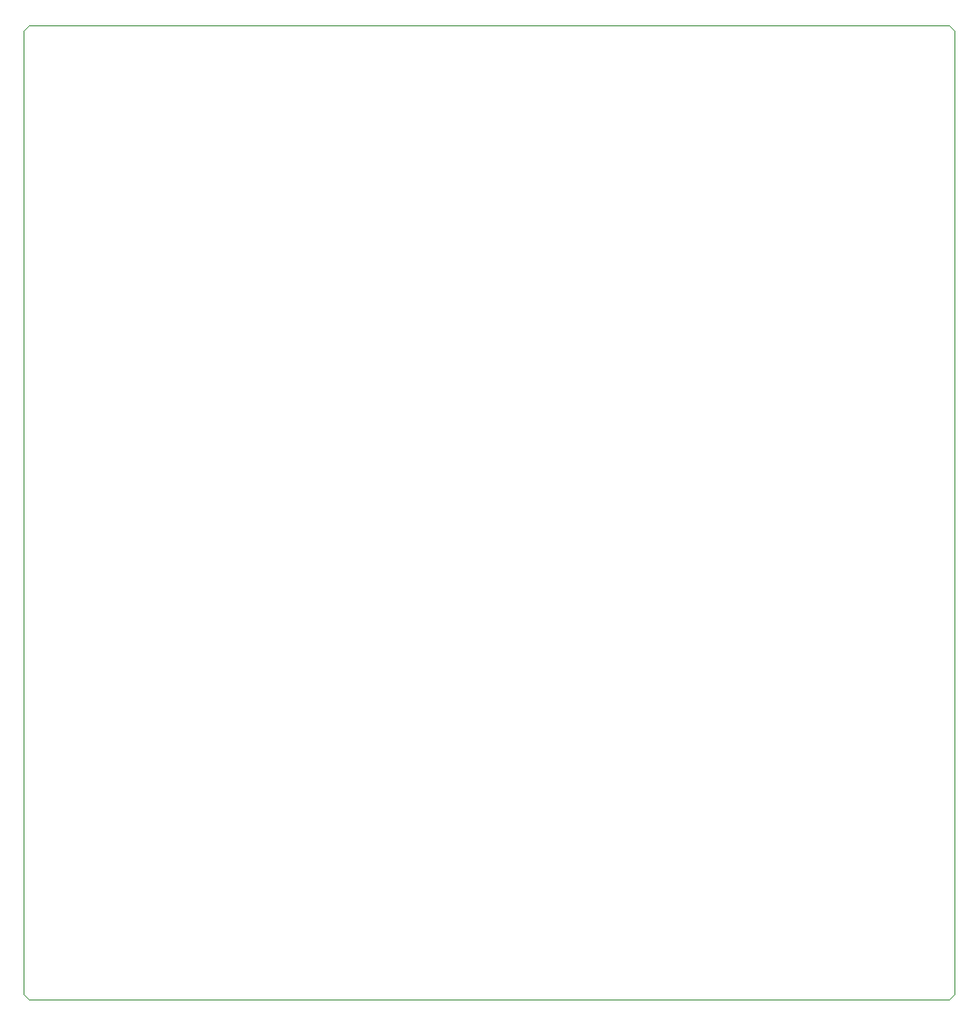
<source format=gm1>
G04 #@! TF.GenerationSoftware,KiCad,Pcbnew,8.0.2*
G04 #@! TF.CreationDate,2024-05-19T23:46:18+09:00*
G04 #@! TF.ProjectId,MEZi486,4d455a69-3438-4362-9e6b-696361645f70,C*
G04 #@! TF.SameCoordinates,PX5f5e100PY8f0d180*
G04 #@! TF.FileFunction,Profile,NP*
%FSLAX46Y46*%
G04 Gerber Fmt 4.6, Leading zero omitted, Abs format (unit mm)*
G04 Created by KiCad (PCBNEW 8.0.2) date 2024-05-19 23:46:18*
%MOMM*%
%LPD*%
G01*
G04 APERTURE LIST*
G04 #@! TA.AperFunction,Profile*
%ADD10C,0.100000*%
G04 #@! TD*
G04 APERTURE END LIST*
D10*
X87000000Y90500000D02*
X87000000Y500000D01*
X86500000Y0D01*
X500000Y0D01*
X0Y500000D01*
X0Y90500000D01*
X500000Y91000000D01*
X86500000Y91000000D01*
X87000000Y90500000D01*
M02*

</source>
